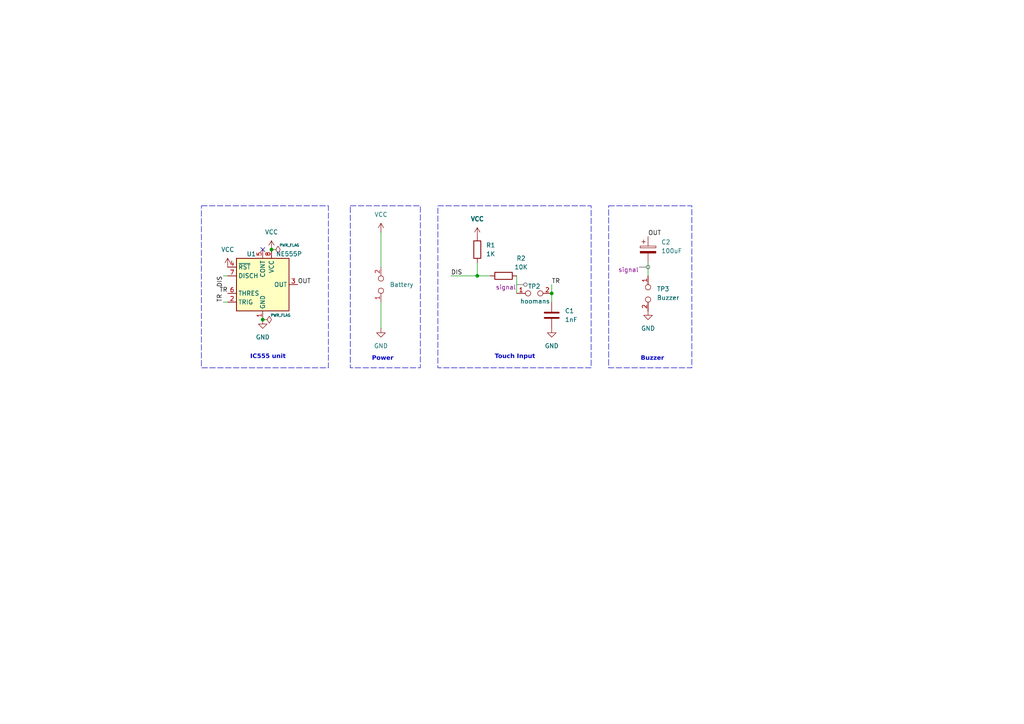
<source format=kicad_sch>
(kicad_sch
	(version 20250114)
	(generator "eeschema")
	(generator_version "9.0")
	(uuid "cb0b6fc2-5f06-49d5-9cee-676083972d49")
	(paper "A4")
	(lib_symbols
		(symbol "Connector:TestPoint_2Pole"
			(pin_names
				(offset 0.762)
				(hide yes)
			)
			(exclude_from_sim no)
			(in_bom yes)
			(on_board yes)
			(property "Reference" "TP"
				(at 0 1.524 0)
				(effects
					(font
						(size 1.27 1.27)
					)
				)
			)
			(property "Value" "TestPoint_2Pole"
				(at 0 -1.778 0)
				(effects
					(font
						(size 1.27 1.27)
					)
				)
			)
			(property "Footprint" ""
				(at 0 0 0)
				(effects
					(font
						(size 1.27 1.27)
					)
					(hide yes)
				)
			)
			(property "Datasheet" "~"
				(at 0 0 0)
				(effects
					(font
						(size 1.27 1.27)
					)
					(hide yes)
				)
			)
			(property "Description" "2-polar test point"
				(at 0 0 0)
				(effects
					(font
						(size 1.27 1.27)
					)
					(hide yes)
				)
			)
			(property "ki_keywords" "point tp"
				(at 0 0 0)
				(effects
					(font
						(size 1.27 1.27)
					)
					(hide yes)
				)
			)
			(property "ki_fp_filters" "Pin* Test*"
				(at 0 0 0)
				(effects
					(font
						(size 1.27 1.27)
					)
					(hide yes)
				)
			)
			(symbol "TestPoint_2Pole_0_1"
				(circle
					(center -1.778 0)
					(radius 0.762)
					(stroke
						(width 0)
						(type default)
					)
					(fill
						(type none)
					)
				)
				(circle
					(center 1.778 0)
					(radius 0.762)
					(stroke
						(width 0)
						(type default)
					)
					(fill
						(type none)
					)
				)
				(pin passive line
					(at -5.08 0 0)
					(length 2.54)
					(name "1"
						(effects
							(font
								(size 1.27 1.27)
							)
						)
					)
					(number "1"
						(effects
							(font
								(size 1.27 1.27)
							)
						)
					)
				)
				(pin passive line
					(at 5.08 0 180)
					(length 2.54)
					(name "2"
						(effects
							(font
								(size 1.27 1.27)
							)
						)
					)
					(number "2"
						(effects
							(font
								(size 1.27 1.27)
							)
						)
					)
				)
			)
			(embedded_fonts no)
		)
		(symbol "Device:C"
			(pin_numbers
				(hide yes)
			)
			(pin_names
				(offset 0.254)
			)
			(exclude_from_sim no)
			(in_bom yes)
			(on_board yes)
			(property "Reference" "C"
				(at 0.635 2.54 0)
				(effects
					(font
						(size 1.27 1.27)
					)
					(justify left)
				)
			)
			(property "Value" "C"
				(at 0.635 -2.54 0)
				(effects
					(font
						(size 1.27 1.27)
					)
					(justify left)
				)
			)
			(property "Footprint" ""
				(at 0.9652 -3.81 0)
				(effects
					(font
						(size 1.27 1.27)
					)
					(hide yes)
				)
			)
			(property "Datasheet" "~"
				(at 0 0 0)
				(effects
					(font
						(size 1.27 1.27)
					)
					(hide yes)
				)
			)
			(property "Description" "Unpolarized capacitor"
				(at 0 0 0)
				(effects
					(font
						(size 1.27 1.27)
					)
					(hide yes)
				)
			)
			(property "ki_keywords" "cap capacitor"
				(at 0 0 0)
				(effects
					(font
						(size 1.27 1.27)
					)
					(hide yes)
				)
			)
			(property "ki_fp_filters" "C_*"
				(at 0 0 0)
				(effects
					(font
						(size 1.27 1.27)
					)
					(hide yes)
				)
			)
			(symbol "C_0_1"
				(polyline
					(pts
						(xy -2.032 0.762) (xy 2.032 0.762)
					)
					(stroke
						(width 0.508)
						(type default)
					)
					(fill
						(type none)
					)
				)
				(polyline
					(pts
						(xy -2.032 -0.762) (xy 2.032 -0.762)
					)
					(stroke
						(width 0.508)
						(type default)
					)
					(fill
						(type none)
					)
				)
			)
			(symbol "C_1_1"
				(pin passive line
					(at 0 3.81 270)
					(length 2.794)
					(name "~"
						(effects
							(font
								(size 1.27 1.27)
							)
						)
					)
					(number "1"
						(effects
							(font
								(size 1.27 1.27)
							)
						)
					)
				)
				(pin passive line
					(at 0 -3.81 90)
					(length 2.794)
					(name "~"
						(effects
							(font
								(size 1.27 1.27)
							)
						)
					)
					(number "2"
						(effects
							(font
								(size 1.27 1.27)
							)
						)
					)
				)
			)
			(embedded_fonts no)
		)
		(symbol "Device:C_Polarized"
			(pin_numbers
				(hide yes)
			)
			(pin_names
				(offset 0.254)
			)
			(exclude_from_sim no)
			(in_bom yes)
			(on_board yes)
			(property "Reference" "C"
				(at 0.635 2.54 0)
				(effects
					(font
						(size 1.27 1.27)
					)
					(justify left)
				)
			)
			(property "Value" "C_Polarized"
				(at 0.635 -2.54 0)
				(effects
					(font
						(size 1.27 1.27)
					)
					(justify left)
				)
			)
			(property "Footprint" ""
				(at 0.9652 -3.81 0)
				(effects
					(font
						(size 1.27 1.27)
					)
					(hide yes)
				)
			)
			(property "Datasheet" "~"
				(at 0 0 0)
				(effects
					(font
						(size 1.27 1.27)
					)
					(hide yes)
				)
			)
			(property "Description" "Polarized capacitor"
				(at 0 0 0)
				(effects
					(font
						(size 1.27 1.27)
					)
					(hide yes)
				)
			)
			(property "ki_keywords" "cap capacitor"
				(at 0 0 0)
				(effects
					(font
						(size 1.27 1.27)
					)
					(hide yes)
				)
			)
			(property "ki_fp_filters" "CP_*"
				(at 0 0 0)
				(effects
					(font
						(size 1.27 1.27)
					)
					(hide yes)
				)
			)
			(symbol "C_Polarized_0_1"
				(rectangle
					(start -2.286 0.508)
					(end 2.286 1.016)
					(stroke
						(width 0)
						(type default)
					)
					(fill
						(type none)
					)
				)
				(polyline
					(pts
						(xy -1.778 2.286) (xy -0.762 2.286)
					)
					(stroke
						(width 0)
						(type default)
					)
					(fill
						(type none)
					)
				)
				(polyline
					(pts
						(xy -1.27 2.794) (xy -1.27 1.778)
					)
					(stroke
						(width 0)
						(type default)
					)
					(fill
						(type none)
					)
				)
				(rectangle
					(start 2.286 -0.508)
					(end -2.286 -1.016)
					(stroke
						(width 0)
						(type default)
					)
					(fill
						(type outline)
					)
				)
			)
			(symbol "C_Polarized_1_1"
				(pin passive line
					(at 0 3.81 270)
					(length 2.794)
					(name "~"
						(effects
							(font
								(size 1.27 1.27)
							)
						)
					)
					(number "1"
						(effects
							(font
								(size 1.27 1.27)
							)
						)
					)
				)
				(pin passive line
					(at 0 -3.81 90)
					(length 2.794)
					(name "~"
						(effects
							(font
								(size 1.27 1.27)
							)
						)
					)
					(number "2"
						(effects
							(font
								(size 1.27 1.27)
							)
						)
					)
				)
			)
			(embedded_fonts no)
		)
		(symbol "Device:R"
			(pin_numbers
				(hide yes)
			)
			(pin_names
				(offset 0)
			)
			(exclude_from_sim no)
			(in_bom yes)
			(on_board yes)
			(property "Reference" "R"
				(at 2.032 0 90)
				(effects
					(font
						(size 1.27 1.27)
					)
				)
			)
			(property "Value" "R"
				(at 0 0 90)
				(effects
					(font
						(size 1.27 1.27)
					)
				)
			)
			(property "Footprint" ""
				(at -1.778 0 90)
				(effects
					(font
						(size 1.27 1.27)
					)
					(hide yes)
				)
			)
			(property "Datasheet" "~"
				(at 0 0 0)
				(effects
					(font
						(size 1.27 1.27)
					)
					(hide yes)
				)
			)
			(property "Description" "Resistor"
				(at 0 0 0)
				(effects
					(font
						(size 1.27 1.27)
					)
					(hide yes)
				)
			)
			(property "ki_keywords" "R res resistor"
				(at 0 0 0)
				(effects
					(font
						(size 1.27 1.27)
					)
					(hide yes)
				)
			)
			(property "ki_fp_filters" "R_*"
				(at 0 0 0)
				(effects
					(font
						(size 1.27 1.27)
					)
					(hide yes)
				)
			)
			(symbol "R_0_1"
				(rectangle
					(start -1.016 -2.54)
					(end 1.016 2.54)
					(stroke
						(width 0.254)
						(type default)
					)
					(fill
						(type none)
					)
				)
			)
			(symbol "R_1_1"
				(pin passive line
					(at 0 3.81 270)
					(length 1.27)
					(name "~"
						(effects
							(font
								(size 1.27 1.27)
							)
						)
					)
					(number "1"
						(effects
							(font
								(size 1.27 1.27)
							)
						)
					)
				)
				(pin passive line
					(at 0 -3.81 90)
					(length 1.27)
					(name "~"
						(effects
							(font
								(size 1.27 1.27)
							)
						)
					)
					(number "2"
						(effects
							(font
								(size 1.27 1.27)
							)
						)
					)
				)
			)
			(embedded_fonts no)
		)
		(symbol "Timer:NE555P"
			(exclude_from_sim no)
			(in_bom yes)
			(on_board yes)
			(property "Reference" "U"
				(at -10.16 8.89 0)
				(effects
					(font
						(size 1.27 1.27)
					)
					(justify left)
				)
			)
			(property "Value" "NE555P"
				(at 2.54 8.89 0)
				(effects
					(font
						(size 1.27 1.27)
					)
					(justify left)
				)
			)
			(property "Footprint" "Package_DIP:DIP-8_W7.62mm"
				(at 0 -24.13 0)
				(effects
					(font
						(size 1.27 1.27)
					)
					(hide yes)
				)
			)
			(property "Datasheet" "http://www.ti.com/lit/ds/symlink/ne555.pdf"
				(at 0 -26.67 0)
				(effects
					(font
						(size 1.27 1.27)
					)
					(hide yes)
				)
			)
			(property "Description" "Precision Timers, 555 compatible, PDIP-8"
				(at 0 -21.59 0)
				(effects
					(font
						(size 1.27 1.27)
					)
					(hide yes)
				)
			)
			(property "ki_keywords" "single timer 555"
				(at 0 0 0)
				(effects
					(font
						(size 1.27 1.27)
					)
					(hide yes)
				)
			)
			(property "ki_fp_filters" "DIP*W7.62mm*"
				(at 0 0 0)
				(effects
					(font
						(size 1.27 1.27)
					)
					(hide yes)
				)
			)
			(symbol "NE555P_0_0"
				(pin power_in line
					(at 0 -10.16 90)
					(length 2.54)
					(name "GND"
						(effects
							(font
								(size 1.27 1.27)
							)
						)
					)
					(number "1"
						(effects
							(font
								(size 1.27 1.27)
							)
						)
					)
				)
				(pin power_in line
					(at 2.54 10.16 270)
					(length 2.54)
					(name "VCC"
						(effects
							(font
								(size 1.27 1.27)
							)
						)
					)
					(number "8"
						(effects
							(font
								(size 1.27 1.27)
							)
						)
					)
				)
			)
			(symbol "NE555P_0_1"
				(rectangle
					(start -7.62 7.62)
					(end 7.62 -7.62)
					(stroke
						(width 0.254)
						(type default)
					)
					(fill
						(type background)
					)
				)
			)
			(symbol "NE555P_1_1"
				(pin input line
					(at -10.16 5.08 0)
					(length 2.54)
					(name "~{RST}"
						(effects
							(font
								(size 1.27 1.27)
							)
						)
					)
					(number "4"
						(effects
							(font
								(size 1.27 1.27)
							)
						)
					)
				)
				(pin input line
					(at -10.16 2.54 0)
					(length 2.54)
					(name "DISCH"
						(effects
							(font
								(size 1.27 1.27)
							)
						)
					)
					(number "7"
						(effects
							(font
								(size 1.27 1.27)
							)
						)
					)
				)
				(pin input line
					(at -10.16 -2.54 0)
					(length 2.54)
					(name "THRES"
						(effects
							(font
								(size 1.27 1.27)
							)
						)
					)
					(number "6"
						(effects
							(font
								(size 1.27 1.27)
							)
						)
					)
				)
				(pin input line
					(at -10.16 -5.08 0)
					(length 2.54)
					(name "TRIG"
						(effects
							(font
								(size 1.27 1.27)
							)
						)
					)
					(number "2"
						(effects
							(font
								(size 1.27 1.27)
							)
						)
					)
				)
				(pin open_collector line
					(at 0 10.16 270)
					(length 2.54)
					(name "CONT"
						(effects
							(font
								(size 1.27 1.27)
							)
						)
					)
					(number "5"
						(effects
							(font
								(size 1.27 1.27)
							)
						)
					)
				)
				(pin output line
					(at 10.16 0 180)
					(length 2.54)
					(name "OUT"
						(effects
							(font
								(size 1.27 1.27)
							)
						)
					)
					(number "3"
						(effects
							(font
								(size 1.27 1.27)
							)
						)
					)
				)
			)
			(embedded_fonts no)
		)
		(symbol "power:GND"
			(power)
			(pin_numbers
				(hide yes)
			)
			(pin_names
				(offset 0)
				(hide yes)
			)
			(exclude_from_sim no)
			(in_bom yes)
			(on_board yes)
			(property "Reference" "#PWR"
				(at 0 -6.35 0)
				(effects
					(font
						(size 1.27 1.27)
					)
					(hide yes)
				)
			)
			(property "Value" "GND"
				(at 0 -3.81 0)
				(effects
					(font
						(size 1.27 1.27)
					)
				)
			)
			(property "Footprint" ""
				(at 0 0 0)
				(effects
					(font
						(size 1.27 1.27)
					)
					(hide yes)
				)
			)
			(property "Datasheet" ""
				(at 0 0 0)
				(effects
					(font
						(size 1.27 1.27)
					)
					(hide yes)
				)
			)
			(property "Description" "Power symbol creates a global label with name \"GND\" , ground"
				(at 0 0 0)
				(effects
					(font
						(size 1.27 1.27)
					)
					(hide yes)
				)
			)
			(property "ki_keywords" "global power"
				(at 0 0 0)
				(effects
					(font
						(size 1.27 1.27)
					)
					(hide yes)
				)
			)
			(symbol "GND_0_1"
				(polyline
					(pts
						(xy 0 0) (xy 0 -1.27) (xy 1.27 -1.27) (xy 0 -2.54) (xy -1.27 -1.27) (xy 0 -1.27)
					)
					(stroke
						(width 0)
						(type default)
					)
					(fill
						(type none)
					)
				)
			)
			(symbol "GND_1_1"
				(pin power_in line
					(at 0 0 270)
					(length 0)
					(name "~"
						(effects
							(font
								(size 1.27 1.27)
							)
						)
					)
					(number "1"
						(effects
							(font
								(size 1.27 1.27)
							)
						)
					)
				)
			)
			(embedded_fonts no)
		)
		(symbol "power:PWR_FLAG"
			(power)
			(pin_numbers
				(hide yes)
			)
			(pin_names
				(offset 0)
				(hide yes)
			)
			(exclude_from_sim no)
			(in_bom yes)
			(on_board yes)
			(property "Reference" "#FLG"
				(at 0 1.905 0)
				(effects
					(font
						(size 1.27 1.27)
					)
					(hide yes)
				)
			)
			(property "Value" "PWR_FLAG"
				(at 0 3.81 0)
				(effects
					(font
						(size 1.27 1.27)
					)
				)
			)
			(property "Footprint" ""
				(at 0 0 0)
				(effects
					(font
						(size 1.27 1.27)
					)
					(hide yes)
				)
			)
			(property "Datasheet" "~"
				(at 0 0 0)
				(effects
					(font
						(size 1.27 1.27)
					)
					(hide yes)
				)
			)
			(property "Description" "Special symbol for telling ERC where power comes from"
				(at 0 0 0)
				(effects
					(font
						(size 1.27 1.27)
					)
					(hide yes)
				)
			)
			(property "ki_keywords" "flag power"
				(at 0 0 0)
				(effects
					(font
						(size 1.27 1.27)
					)
					(hide yes)
				)
			)
			(symbol "PWR_FLAG_0_0"
				(pin power_out line
					(at 0 0 90)
					(length 0)
					(name "~"
						(effects
							(font
								(size 1.27 1.27)
							)
						)
					)
					(number "1"
						(effects
							(font
								(size 1.27 1.27)
							)
						)
					)
				)
			)
			(symbol "PWR_FLAG_0_1"
				(polyline
					(pts
						(xy 0 0) (xy 0 1.27) (xy -1.016 1.905) (xy 0 2.54) (xy 1.016 1.905) (xy 0 1.27)
					)
					(stroke
						(width 0)
						(type default)
					)
					(fill
						(type none)
					)
				)
			)
			(embedded_fonts no)
		)
		(symbol "power:VCC"
			(power)
			(pin_numbers
				(hide yes)
			)
			(pin_names
				(offset 0)
				(hide yes)
			)
			(exclude_from_sim no)
			(in_bom yes)
			(on_board yes)
			(property "Reference" "#PWR"
				(at 0 -3.81 0)
				(effects
					(font
						(size 1.27 1.27)
					)
					(hide yes)
				)
			)
			(property "Value" "VCC"
				(at 0 3.556 0)
				(effects
					(font
						(size 1.27 1.27)
					)
				)
			)
			(property "Footprint" ""
				(at 0 0 0)
				(effects
					(font
						(size 1.27 1.27)
					)
					(hide yes)
				)
			)
			(property "Datasheet" ""
				(at 0 0 0)
				(effects
					(font
						(size 1.27 1.27)
					)
					(hide yes)
				)
			)
			(property "Description" "Power symbol creates a global label with name \"VCC\""
				(at 0 0 0)
				(effects
					(font
						(size 1.27 1.27)
					)
					(hide yes)
				)
			)
			(property "ki_keywords" "global power"
				(at 0 0 0)
				(effects
					(font
						(size 1.27 1.27)
					)
					(hide yes)
				)
			)
			(symbol "VCC_0_1"
				(polyline
					(pts
						(xy -0.762 1.27) (xy 0 2.54)
					)
					(stroke
						(width 0)
						(type default)
					)
					(fill
						(type none)
					)
				)
				(polyline
					(pts
						(xy 0 2.54) (xy 0.762 1.27)
					)
					(stroke
						(width 0)
						(type default)
					)
					(fill
						(type none)
					)
				)
				(polyline
					(pts
						(xy 0 0) (xy 0 2.54)
					)
					(stroke
						(width 0)
						(type default)
					)
					(fill
						(type none)
					)
				)
			)
			(symbol "VCC_1_1"
				(pin power_in line
					(at 0 0 90)
					(length 0)
					(name "~"
						(effects
							(font
								(size 1.27 1.27)
							)
						)
					)
					(number "1"
						(effects
							(font
								(size 1.27 1.27)
							)
						)
					)
				)
			)
			(embedded_fonts no)
		)
	)
	(rectangle
		(start 58.42 59.69)
		(end 95.25 106.68)
		(stroke
			(width 0)
			(type dash)
		)
		(fill
			(type none)
		)
		(uuid 8ab09a89-9fbc-4532-ac29-8a5fba5eb412)
	)
	(rectangle
		(start 127 59.69)
		(end 171.45 106.68)
		(stroke
			(width 0)
			(type dash)
		)
		(fill
			(type none)
		)
		(uuid 8b42f783-a12e-4bec-abc7-61abf4359361)
	)
	(rectangle
		(start 176.53 59.69)
		(end 200.66 106.68)
		(stroke
			(width 0)
			(type dash)
		)
		(fill
			(type none)
		)
		(uuid e8f0cd93-5c67-47a1-8bab-0be45131c125)
	)
	(rectangle
		(start 101.6 59.69)
		(end 121.92 106.68)
		(stroke
			(width 0)
			(type dash)
		)
		(fill
			(type none)
		)
		(uuid ebb6dac5-393d-42b7-902b-b44efdf3372e)
	)
	(text "Buzzer"
		(exclude_from_sim no)
		(at 189.23 104.394 0)
		(effects
			(font
				(face "Arial Black")
				(size 1.27 1.27)
				(thickness 0.254)
				(bold yes)
			)
		)
		(uuid "0cc19b27-dacc-4bb8-afa3-c7cd402ddfb4")
	)
	(text "IC555 unit\n"
		(exclude_from_sim no)
		(at 77.724 103.886 0)
		(effects
			(font
				(face "Arial Black")
				(size 1.27 1.27)
				(thickness 0.254)
				(bold yes)
			)
		)
		(uuid "1d01868c-78b8-4b74-8cb9-37f446acc81f")
	)
	(text "Touch Input"
		(exclude_from_sim no)
		(at 149.352 103.886 0)
		(effects
			(font
				(face "Arial Black")
				(size 1.27 1.27)
				(thickness 0.254)
				(bold yes)
			)
		)
		(uuid "33013db4-f120-409f-8ddf-35c6967cb695")
	)
	(text "Power"
		(exclude_from_sim no)
		(at 110.998 104.394 0)
		(effects
			(font
				(face "Arial Black")
				(size 1.27 1.27)
				(thickness 0.254)
				(bold yes)
			)
		)
		(uuid "d6a23d56-34cd-49b6-a88a-08aa36a6820e")
	)
	(junction
		(at 138.43 80.01)
		(diameter 0)
		(color 0 0 0 0)
		(uuid "0bc33483-3559-4933-9b30-102127d93e88")
	)
	(junction
		(at 160.02 85.09)
		(diameter 0)
		(color 0 0 0 0)
		(uuid "30e05a3f-acd5-467b-9a9e-8fd9e3fee3b9")
	)
	(junction
		(at 78.74 72.39)
		(diameter 0)
		(color 0 0 0 0)
		(uuid "80d32e22-063e-441a-8e27-c995959c75c3")
	)
	(junction
		(at 76.2 92.71)
		(diameter 0)
		(color 0 0 0 0)
		(uuid "a12d9943-5a57-4e1e-8d08-649fbfbd4b97")
	)
	(no_connect
		(at 76.2 72.39)
		(uuid "c4946082-f191-489b-91f0-f439956e6fb2")
	)
	(wire
		(pts
			(xy 187.96 76.2) (xy 187.96 80.01)
		)
		(stroke
			(width 0)
			(type default)
		)
		(uuid "2eb1435f-35d4-4969-83ac-5417a44d5407")
	)
	(wire
		(pts
			(xy 130.81 80.01) (xy 138.43 80.01)
		)
		(stroke
			(width 0)
			(type default)
		)
		(uuid "457f716b-a94f-45d8-9446-4934727d72f4")
	)
	(wire
		(pts
			(xy 149.86 80.01) (xy 149.86 85.09)
		)
		(stroke
			(width 0)
			(type default)
		)
		(uuid "4dbebfb4-4820-4528-acba-656840065c88")
	)
	(wire
		(pts
			(xy 160.02 82.55) (xy 160.02 85.09)
		)
		(stroke
			(width 0)
			(type default)
		)
		(uuid "52b5bf42-4db4-4d76-ac5d-28abb7689240")
	)
	(wire
		(pts
			(xy 160.02 85.09) (xy 160.02 87.63)
		)
		(stroke
			(width 0)
			(type default)
		)
		(uuid "5b0313a4-36b0-45fa-be62-4068ad406650")
	)
	(wire
		(pts
			(xy 110.49 87.63) (xy 110.49 95.25)
		)
		(stroke
			(width 0)
			(type default)
		)
		(uuid "7e85a48f-7625-418a-9639-a76feb2209fc")
	)
	(wire
		(pts
			(xy 138.43 76.2) (xy 138.43 80.01)
		)
		(stroke
			(width 0)
			(type default)
		)
		(uuid "7fa04203-5ed7-483c-a367-3083c96105e4")
	)
	(wire
		(pts
			(xy 64.77 80.01) (xy 66.04 80.01)
		)
		(stroke
			(width 0)
			(type default)
		)
		(uuid "84819b63-1b90-4770-a3b1-15d91f44ecf9")
	)
	(wire
		(pts
			(xy 138.43 80.01) (xy 142.24 80.01)
		)
		(stroke
			(width 0)
			(type default)
		)
		(uuid "bbb9b9a0-0ff2-49a7-89fa-ba2bad0a338e")
	)
	(wire
		(pts
			(xy 64.77 87.63) (xy 66.04 87.63)
		)
		(stroke
			(width 0)
			(type default)
		)
		(uuid "ccb7243b-2ec4-4121-b8c0-fcf36db4e5eb")
	)
	(wire
		(pts
			(xy 110.49 77.47) (xy 110.49 67.31)
		)
		(stroke
			(width 0)
			(type default)
		)
		(uuid "dd916e58-6886-48b9-a4b0-fe035a55fad6")
	)
	(label "OUT"
		(at 187.96 68.58 0)
		(effects
			(font
				(size 1.27 1.27)
			)
			(justify left bottom)
		)
		(uuid "2b10e54d-9630-49a3-8dd6-ea1db7719899")
	)
	(label "OUT"
		(at 86.36 82.55 0)
		(effects
			(font
				(size 1.27 1.27)
			)
			(justify left bottom)
		)
		(uuid "576529cf-f8da-44d3-bf65-8a9f0cf39cb4")
	)
	(label "TR"
		(at 66.04 85.09 180)
		(effects
			(font
				(size 1.27 1.27)
			)
			(justify right bottom)
		)
		(uuid "59aa8af6-b26a-419a-a7e5-d318010e0eda")
	)
	(label "DIS"
		(at 130.81 80.01 0)
		(effects
			(font
				(size 1.27 1.27)
			)
			(justify left bottom)
		)
		(uuid "6d7db97f-a7ac-4bb5-8eea-7d4ec85be757")
	)
	(label "TR"
		(at 64.77 87.63 90)
		(effects
			(font
				(size 1.27 1.27)
			)
			(justify left bottom)
		)
		(uuid "8137a781-a087-4fe9-a0d8-9b1e04b70f09")
	)
	(label "TR"
		(at 160.02 82.55 0)
		(effects
			(font
				(size 1.27 1.27)
			)
			(justify left bottom)
		)
		(uuid "965dd882-b405-4a87-83d9-12b375359936")
	)
	(label "DIS"
		(at 64.77 80.01 270)
		(effects
			(font
				(size 1.27 1.27)
			)
			(justify right bottom)
		)
		(uuid "9d027d6c-4fc7-4b66-a1c1-0db1b97560ed")
	)
	(netclass_flag ""
		(length 2.54)
		(shape round)
		(at 185.42 77.47 270)
		(effects
			(font
				(size 1.27 1.27)
			)
			(justify right bottom)
		)
		(uuid "9928e0af-bea9-462c-ad81-510e20245e89")
		(property "Netclass" "signal"
			(at 179.324 78.232 0)
			(effects
				(font
					(size 1.27 1.27)
				)
				(justify left)
			)
		)
		(property "Component Class" ""
			(at -49.53 -12.7 0)
			(effects
				(font
					(size 1.27 1.27)
					(italic yes)
				)
			)
		)
	)
	(netclass_flag ""
		(length 2.54)
		(shape round)
		(at 149.86 82.55 270)
		(effects
			(font
				(size 1.27 1.27)
			)
			(justify right bottom)
		)
		(uuid "b530e8ff-717a-42a4-87c7-65c67464c877")
		(property "Netclass" "signal"
			(at 143.764 83.312 0)
			(effects
				(font
					(size 1.27 1.27)
				)
				(justify left)
			)
		)
		(property "Component Class" ""
			(at -85.09 -7.62 0)
			(effects
				(font
					(size 1.27 1.27)
					(italic yes)
				)
			)
		)
	)
	(symbol
		(lib_id "Device:R")
		(at 138.43 72.39 0)
		(unit 1)
		(exclude_from_sim no)
		(in_bom yes)
		(on_board yes)
		(dnp no)
		(fields_autoplaced yes)
		(uuid "00f8e6c7-da72-4078-b04e-a0a864a04236")
		(property "Reference" "R1"
			(at 140.97 71.1199 0)
			(effects
				(font
					(size 1.27 1.27)
				)
				(justify left)
			)
		)
		(property "Value" "1K"
			(at 140.97 73.6599 0)
			(effects
				(font
					(size 1.27 1.27)
				)
				(justify left)
			)
		)
		(property "Footprint" "Resistor_THT:R_Axial_DIN0309_L9.0mm_D3.2mm_P12.70mm_Horizontal"
			(at 136.652 72.39 90)
			(effects
				(font
					(size 1.27 1.27)
				)
				(hide yes)
			)
		)
		(property "Datasheet" "~"
			(at 138.43 72.39 0)
			(effects
				(font
					(size 1.27 1.27)
				)
				(hide yes)
			)
		)
		(property "Description" "Resistor"
			(at 138.43 72.39 0)
			(effects
				(font
					(size 1.27 1.27)
				)
				(hide yes)
			)
		)
		(pin "1"
			(uuid "ba8dd89d-0f16-498a-99d7-d31c4c54a6bc")
		)
		(pin "2"
			(uuid "9f7c6e9c-feb1-4b59-b04d-81601cd896b2")
		)
		(instances
			(project ""
				(path "/cb0b6fc2-5f06-49d5-9cee-676083972d49"
					(reference "R1")
					(unit 1)
				)
			)
		)
	)
	(symbol
		(lib_id "Device:C_Polarized")
		(at 187.96 72.39 0)
		(unit 1)
		(exclude_from_sim no)
		(in_bom yes)
		(on_board yes)
		(dnp no)
		(fields_autoplaced yes)
		(uuid "0e9dbc00-7fea-45c3-a80a-89403ed61c7f")
		(property "Reference" "C2"
			(at 191.77 70.2309 0)
			(effects
				(font
					(size 1.27 1.27)
				)
				(justify left)
			)
		)
		(property "Value" "100uF"
			(at 191.77 72.7709 0)
			(effects
				(font
					(size 1.27 1.27)
				)
				(justify left)
			)
		)
		(property "Footprint" "Capacitor_THT:CP_Radial_D8.0mm_P3.50mm"
			(at 188.9252 76.2 0)
			(effects
				(font
					(size 1.27 1.27)
				)
				(hide yes)
			)
		)
		(property "Datasheet" "~"
			(at 187.96 72.39 0)
			(effects
				(font
					(size 1.27 1.27)
				)
				(hide yes)
			)
		)
		(property "Description" "Polarized capacitor"
			(at 187.96 72.39 0)
			(effects
				(font
					(size 1.27 1.27)
				)
				(hide yes)
			)
		)
		(pin "1"
			(uuid "d6daba12-5ffb-4ab2-ba0a-e734da2eaac6")
		)
		(pin "2"
			(uuid "cca4c7fc-0523-4946-bee9-2a26d7ac4da9")
		)
		(instances
			(project ""
				(path "/cb0b6fc2-5f06-49d5-9cee-676083972d49"
					(reference "C2")
					(unit 1)
				)
			)
		)
	)
	(symbol
		(lib_id "power:GND")
		(at 187.96 90.17 0)
		(unit 1)
		(exclude_from_sim no)
		(in_bom yes)
		(on_board yes)
		(dnp no)
		(fields_autoplaced yes)
		(uuid "2180325b-c0fa-4ddf-abd7-e3ff9be8561a")
		(property "Reference" "#PWR03"
			(at 187.96 96.52 0)
			(effects
				(font
					(size 1.27 1.27)
				)
				(hide yes)
			)
		)
		(property "Value" "GND"
			(at 187.96 95.25 0)
			(effects
				(font
					(size 1.27 1.27)
				)
			)
		)
		(property "Footprint" ""
			(at 187.96 90.17 0)
			(effects
				(font
					(size 1.27 1.27)
				)
				(hide yes)
			)
		)
		(property "Datasheet" ""
			(at 187.96 90.17 0)
			(effects
				(font
					(size 1.27 1.27)
				)
				(hide yes)
			)
		)
		(property "Description" "Power symbol creates a global label with name \"GND\" , ground"
			(at 187.96 90.17 0)
			(effects
				(font
					(size 1.27 1.27)
				)
				(hide yes)
			)
		)
		(pin "1"
			(uuid "8499b069-735b-4bd1-b6ea-e5fe13ba7896")
		)
		(instances
			(project "first"
				(path "/cb0b6fc2-5f06-49d5-9cee-676083972d49"
					(reference "#PWR03")
					(unit 1)
				)
			)
		)
	)
	(symbol
		(lib_id "Connector:TestPoint_2Pole")
		(at 110.49 82.55 90)
		(unit 1)
		(exclude_from_sim no)
		(in_bom yes)
		(on_board yes)
		(dnp no)
		(fields_autoplaced yes)
		(uuid "2eb3cb4f-ab69-4228-a744-e60623fff1a6")
		(property "Reference" "uygy1"
			(at 113.03 81.2799 90)
			(effects
				(font
					(size 1.27 1.27)
				)
				(justify right)
				(hide yes)
			)
		)
		(property "Value" "Battery"
			(at 113.03 82.5499 90)
			(effects
				(font
					(size 1.27 1.27)
				)
				(justify right)
			)
		)
		(property "Footprint" "Connector_PinSocket_2.54mm:PinSocket_1x02_P2.54mm_Vertical"
			(at 110.49 82.55 0)
			(effects
				(font
					(size 1.27 1.27)
				)
				(hide yes)
			)
		)
		(property "Datasheet" "~"
			(at 110.49 82.55 0)
			(effects
				(font
					(size 1.27 1.27)
				)
				(hide yes)
			)
		)
		(property "Description" "2-polar test point"
			(at 110.49 82.55 0)
			(effects
				(font
					(size 1.27 1.27)
				)
				(hide yes)
			)
		)
		(pin "1"
			(uuid "0af51a2c-8d7b-4818-923f-aa827e88c24a")
		)
		(pin "2"
			(uuid "a32bc167-a4aa-485a-9b87-85be5a54794b")
		)
		(instances
			(project ""
				(path "/cb0b6fc2-5f06-49d5-9cee-676083972d49"
					(reference "uygy1")
					(unit 1)
				)
			)
		)
	)
	(symbol
		(lib_id "Timer:NE555P")
		(at 76.2 82.55 0)
		(unit 1)
		(exclude_from_sim no)
		(in_bom yes)
		(on_board yes)
		(dnp no)
		(uuid "40cd85e4-a4b3-4188-8431-51394ff877bd")
		(property "Reference" "U1"
			(at 72.898 73.66 0)
			(effects
				(font
					(size 1.27 1.27)
				)
			)
		)
		(property "Value" "NE555P"
			(at 83.82 73.66 0)
			(effects
				(font
					(size 1.27 1.27)
				)
			)
		)
		(property "Footprint" "Package_DIP:DIP-8_W7.62mm"
			(at 76.2 106.68 0)
			(effects
				(font
					(size 1.27 1.27)
				)
				(hide yes)
			)
		)
		(property "Datasheet" "http://www.ti.com/lit/ds/symlink/ne555.pdf"
			(at 76.2 109.22 0)
			(effects
				(font
					(size 1.27 1.27)
				)
				(hide yes)
			)
		)
		(property "Description" "Precision Timers, 555 compatible, PDIP-8"
			(at 76.2 104.14 0)
			(effects
				(font
					(size 1.27 1.27)
				)
				(hide yes)
			)
		)
		(pin "4"
			(uuid "802a0ec3-8299-47e0-811a-831a430fe90d")
		)
		(pin "6"
			(uuid "e58b0068-b3ce-4c3f-8932-7b55a0503a24")
		)
		(pin "5"
			(uuid "c1e025f4-5e65-49bd-a54f-5e09fbb049b5")
		)
		(pin "1"
			(uuid "6ddf9a05-2a76-4899-8105-70e46e67407f")
		)
		(pin "2"
			(uuid "7ef0e97b-94a6-43ba-a242-8a1d5671be1a")
		)
		(pin "8"
			(uuid "5d32e767-3b93-4aca-b7e9-bd1fbd2fa69c")
		)
		(pin "3"
			(uuid "c9de0f0d-8ac7-491b-b11d-d5936f135fe2")
		)
		(pin "7"
			(uuid "57094145-cb2d-43c9-b7bd-fb0ce8f4fa8a")
		)
		(instances
			(project ""
				(path "/cb0b6fc2-5f06-49d5-9cee-676083972d49"
					(reference "U1")
					(unit 1)
				)
			)
		)
	)
	(symbol
		(lib_id "power:VCC")
		(at 110.49 67.31 0)
		(unit 1)
		(exclude_from_sim no)
		(in_bom yes)
		(on_board yes)
		(dnp no)
		(fields_autoplaced yes)
		(uuid "46324497-26d9-4fa8-aedd-db4a38a6d06e")
		(property "Reference" "#PWR04"
			(at 110.49 71.12 0)
			(effects
				(font
					(size 1.27 1.27)
				)
				(hide yes)
			)
		)
		(property "Value" "VCC"
			(at 110.49 62.23 0)
			(effects
				(font
					(size 1.27 1.27)
				)
			)
		)
		(property "Footprint" ""
			(at 110.49 67.31 0)
			(effects
				(font
					(size 1.27 1.27)
				)
				(hide yes)
			)
		)
		(property "Datasheet" ""
			(at 110.49 67.31 0)
			(effects
				(font
					(size 1.27 1.27)
				)
				(hide yes)
			)
		)
		(property "Description" "Power symbol creates a global label with name \"VCC\""
			(at 110.49 67.31 0)
			(effects
				(font
					(size 1.27 1.27)
				)
				(hide yes)
			)
		)
		(pin "1"
			(uuid "8209af0b-fcef-4184-8dc0-ba3b358c9845")
		)
		(instances
			(project "first"
				(path "/cb0b6fc2-5f06-49d5-9cee-676083972d49"
					(reference "#PWR04")
					(unit 1)
				)
			)
		)
	)
	(symbol
		(lib_id "power:GND")
		(at 76.2 92.71 0)
		(unit 1)
		(exclude_from_sim no)
		(in_bom yes)
		(on_board yes)
		(dnp no)
		(fields_autoplaced yes)
		(uuid "4b36d4b0-f786-4513-bfb8-f253163f98cb")
		(property "Reference" "#PWR02"
			(at 76.2 99.06 0)
			(effects
				(font
					(size 1.27 1.27)
				)
				(hide yes)
			)
		)
		(property "Value" "GND"
			(at 76.2 97.79 0)
			(effects
				(font
					(size 1.27 1.27)
				)
			)
		)
		(property "Footprint" ""
			(at 76.2 92.71 0)
			(effects
				(font
					(size 1.27 1.27)
				)
				(hide yes)
			)
		)
		(property "Datasheet" ""
			(at 76.2 92.71 0)
			(effects
				(font
					(size 1.27 1.27)
				)
				(hide yes)
			)
		)
		(property "Description" "Power symbol creates a global label with name \"GND\" , ground"
			(at 76.2 92.71 0)
			(effects
				(font
					(size 1.27 1.27)
				)
				(hide yes)
			)
		)
		(pin "1"
			(uuid "5d7fbec5-33fb-4b3f-8c38-3edf6c5fd502")
		)
		(instances
			(project ""
				(path "/cb0b6fc2-5f06-49d5-9cee-676083972d49"
					(reference "#PWR02")
					(unit 1)
				)
			)
		)
	)
	(symbol
		(lib_id "Connector:TestPoint_2Pole")
		(at 154.94 85.09 0)
		(unit 1)
		(exclude_from_sim no)
		(in_bom yes)
		(on_board yes)
		(dnp no)
		(uuid "52303fb7-ba69-4e33-b4bf-50014ba0eeb4")
		(property "Reference" "TP2"
			(at 154.94 83.058 0)
			(effects
				(font
					(size 1.27 1.27)
				)
			)
		)
		(property "Value" "hoomans"
			(at 155.194 87.376 0)
			(effects
				(font
					(size 1.27 1.27)
				)
			)
		)
		(property "Footprint" "Connector_PinSocket_2.54mm:PinSocket_1x02_P2.54mm_Vertical"
			(at 154.94 85.09 0)
			(effects
				(font
					(size 1.27 1.27)
				)
				(hide yes)
			)
		)
		(property "Datasheet" "~"
			(at 154.94 85.09 0)
			(effects
				(font
					(size 1.27 1.27)
				)
				(hide yes)
			)
		)
		(property "Description" "2-polar test point"
			(at 154.94 85.09 0)
			(effects
				(font
					(size 1.27 1.27)
				)
				(hide yes)
			)
		)
		(pin "1"
			(uuid "6e01b076-5205-4447-8d6c-8c9bfcd2b7ce")
		)
		(pin "2"
			(uuid "869ca066-a5ec-423c-97aa-733148ad57b7")
		)
		(instances
			(project "first"
				(path "/cb0b6fc2-5f06-49d5-9cee-676083972d49"
					(reference "TP2")
					(unit 1)
				)
			)
		)
	)
	(symbol
		(lib_id "Connector:TestPoint_2Pole")
		(at 187.96 85.09 270)
		(unit 1)
		(exclude_from_sim no)
		(in_bom yes)
		(on_board yes)
		(dnp no)
		(fields_autoplaced yes)
		(uuid "5fb54027-cd7d-481b-91d1-5009d1b3d7f8")
		(property "Reference" "TP3"
			(at 190.5 83.8199 90)
			(effects
				(font
					(size 1.27 1.27)
				)
				(justify left)
			)
		)
		(property "Value" "Buzzer"
			(at 190.5 86.3599 90)
			(effects
				(font
					(size 1.27 1.27)
				)
				(justify left)
			)
		)
		(property "Footprint" "Connector_PinSocket_2.54mm:PinSocket_1x02_P2.54mm_Vertical"
			(at 187.96 85.09 0)
			(effects
				(font
					(size 1.27 1.27)
				)
				(hide yes)
			)
		)
		(property "Datasheet" "~"
			(at 187.96 85.09 0)
			(effects
				(font
					(size 1.27 1.27)
				)
				(hide yes)
			)
		)
		(property "Description" "2-polar test point"
			(at 187.96 85.09 0)
			(effects
				(font
					(size 1.27 1.27)
				)
				(hide yes)
			)
		)
		(pin "1"
			(uuid "158438ef-0e17-4db9-8c74-543241e4641e")
		)
		(pin "2"
			(uuid "0ba0a5cb-499b-4912-a294-d6e6d0957ce3")
		)
		(instances
			(project "first"
				(path "/cb0b6fc2-5f06-49d5-9cee-676083972d49"
					(reference "TP3")
					(unit 1)
				)
			)
		)
	)
	(symbol
		(lib_id "power:PWR_FLAG")
		(at 76.2 92.71 270)
		(unit 1)
		(exclude_from_sim no)
		(in_bom yes)
		(on_board yes)
		(dnp no)
		(uuid "627f7214-4866-4e9f-8eb3-b558ef50e4ac")
		(property "Reference" "#FLG02"
			(at 78.105 92.71 0)
			(effects
				(font
					(size 1.27 1.27)
				)
				(hide yes)
			)
		)
		(property "Value" "PWR_FLAG"
			(at 78.486 91.44 90)
			(effects
				(font
					(size 0.762 0.762)
				)
				(justify left)
			)
		)
		(property "Footprint" ""
			(at 76.2 92.71 0)
			(effects
				(font
					(size 1.27 1.27)
				)
				(hide yes)
			)
		)
		(property "Datasheet" "~"
			(at 76.2 92.71 0)
			(effects
				(font
					(size 1.27 1.27)
				)
				(hide yes)
			)
		)
		(property "Description" "Special symbol for telling ERC where power comes from"
			(at 76.2 92.71 0)
			(effects
				(font
					(size 1.27 1.27)
				)
				(hide yes)
			)
		)
		(pin "1"
			(uuid "18e2ef24-3881-4593-85eb-26d70954eec2")
		)
		(instances
			(project "first"
				(path "/cb0b6fc2-5f06-49d5-9cee-676083972d49"
					(reference "#FLG02")
					(unit 1)
				)
			)
		)
	)
	(symbol
		(lib_id "Device:R")
		(at 146.05 80.01 90)
		(unit 1)
		(exclude_from_sim no)
		(in_bom yes)
		(on_board yes)
		(dnp no)
		(uuid "693c489b-8d22-42a8-a791-5d7d7d1b580b")
		(property "Reference" "R2"
			(at 151.13 74.93 90)
			(effects
				(font
					(size 1.27 1.27)
				)
			)
		)
		(property "Value" "10K"
			(at 151.13 77.47 90)
			(effects
				(font
					(size 1.27 1.27)
				)
			)
		)
		(property "Footprint" "Resistor_THT:R_Axial_DIN0309_L9.0mm_D3.2mm_P12.70mm_Horizontal"
			(at 146.05 81.788 90)
			(effects
				(font
					(size 1.27 1.27)
				)
				(hide yes)
			)
		)
		(property "Datasheet" "~"
			(at 146.05 80.01 0)
			(effects
				(font
					(size 1.27 1.27)
				)
				(hide yes)
			)
		)
		(property "Description" "Resistor"
			(at 146.05 80.01 0)
			(effects
				(font
					(size 1.27 1.27)
				)
				(hide yes)
			)
		)
		(pin "1"
			(uuid "ccdc1ba2-a35c-43d0-b4ab-6c2e4a944794")
		)
		(pin "2"
			(uuid "25bfbe8b-65b5-4be6-854c-4e907462d71f")
		)
		(instances
			(project ""
				(path "/cb0b6fc2-5f06-49d5-9cee-676083972d49"
					(reference "R2")
					(unit 1)
				)
			)
		)
	)
	(symbol
		(lib_id "power:GND")
		(at 160.02 95.25 0)
		(unit 1)
		(exclude_from_sim no)
		(in_bom yes)
		(on_board yes)
		(dnp no)
		(fields_autoplaced yes)
		(uuid "842f497a-37b1-41d8-9ae4-e5622c5df4fb")
		(property "Reference" "#PWR08"
			(at 160.02 101.6 0)
			(effects
				(font
					(size 1.27 1.27)
				)
				(hide yes)
			)
		)
		(property "Value" "GND"
			(at 160.02 100.33 0)
			(effects
				(font
					(size 1.27 1.27)
				)
			)
		)
		(property "Footprint" ""
			(at 160.02 95.25 0)
			(effects
				(font
					(size 1.27 1.27)
				)
				(hide yes)
			)
		)
		(property "Datasheet" ""
			(at 160.02 95.25 0)
			(effects
				(font
					(size 1.27 1.27)
				)
				(hide yes)
			)
		)
		(property "Description" "Power symbol creates a global label with name \"GND\" , ground"
			(at 160.02 95.25 0)
			(effects
				(font
					(size 1.27 1.27)
				)
				(hide yes)
			)
		)
		(pin "1"
			(uuid "d182bbc7-a938-41c4-93b6-1e2da04baf2a")
		)
		(instances
			(project "first"
				(path "/cb0b6fc2-5f06-49d5-9cee-676083972d49"
					(reference "#PWR08")
					(unit 1)
				)
			)
		)
	)
	(symbol
		(lib_id "Device:C")
		(at 160.02 91.44 0)
		(unit 1)
		(exclude_from_sim no)
		(in_bom yes)
		(on_board yes)
		(dnp no)
		(fields_autoplaced yes)
		(uuid "a3ec62d8-e26d-4a16-b21e-58ae5b2700f6")
		(property "Reference" "C1"
			(at 163.83 90.1699 0)
			(effects
				(font
					(size 1.27 1.27)
				)
				(justify left)
			)
		)
		(property "Value" "1nF"
			(at 163.83 92.7099 0)
			(effects
				(font
					(size 1.27 1.27)
				)
				(justify left)
			)
		)
		(property "Footprint" "Capacitor_THT:C_Disc_D9.0mm_W5.0mm_P10.00mm"
			(at 160.9852 95.25 0)
			(effects
				(font
					(size 1.27 1.27)
				)
				(hide yes)
			)
		)
		(property "Datasheet" "~"
			(at 160.02 91.44 0)
			(effects
				(font
					(size 1.27 1.27)
				)
				(hide yes)
			)
		)
		(property "Description" "Unpolarized capacitor"
			(at 160.02 91.44 0)
			(effects
				(font
					(size 1.27 1.27)
				)
				(hide yes)
			)
		)
		(pin "1"
			(uuid "a9a42c1d-bcab-40da-a5dd-114fbf67b9d0")
		)
		(pin "2"
			(uuid "4ed7f446-d7bf-4efa-a38b-aff4aa935946")
		)
		(instances
			(project ""
				(path "/cb0b6fc2-5f06-49d5-9cee-676083972d49"
					(reference "C1")
					(unit 1)
				)
			)
		)
	)
	(symbol
		(lib_id "power:GND")
		(at 110.49 95.25 0)
		(unit 1)
		(exclude_from_sim no)
		(in_bom yes)
		(on_board yes)
		(dnp no)
		(fields_autoplaced yes)
		(uuid "b704bbef-f265-4b42-925d-8aee29d6b04b")
		(property "Reference" "#PWR05"
			(at 110.49 101.6 0)
			(effects
				(font
					(size 1.27 1.27)
				)
				(hide yes)
			)
		)
		(property "Value" "GND"
			(at 110.49 100.33 0)
			(effects
				(font
					(size 1.27 1.27)
				)
			)
		)
		(property "Footprint" ""
			(at 110.49 95.25 0)
			(effects
				(font
					(size 1.27 1.27)
				)
				(hide yes)
			)
		)
		(property "Datasheet" ""
			(at 110.49 95.25 0)
			(effects
				(font
					(size 1.27 1.27)
				)
				(hide yes)
			)
		)
		(property "Description" "Power symbol creates a global label with name \"GND\" , ground"
			(at 110.49 95.25 0)
			(effects
				(font
					(size 1.27 1.27)
				)
				(hide yes)
			)
		)
		(pin "1"
			(uuid "8d2d7540-1574-4617-9be4-6997b597b09a")
		)
		(instances
			(project "first"
				(path "/cb0b6fc2-5f06-49d5-9cee-676083972d49"
					(reference "#PWR05")
					(unit 1)
				)
			)
		)
	)
	(symbol
		(lib_id "power:PWR_FLAG")
		(at 78.74 72.39 270)
		(unit 1)
		(exclude_from_sim no)
		(in_bom yes)
		(on_board yes)
		(dnp no)
		(uuid "bf03c211-0007-400e-8391-ffcff7c4ec99")
		(property "Reference" "#FLG01"
			(at 80.645 72.39 0)
			(effects
				(font
					(size 1.27 1.27)
				)
				(hide yes)
			)
		)
		(property "Value" "PWR_FLAG"
			(at 81.026 71.12 90)
			(effects
				(font
					(size 0.762 0.762)
				)
				(justify left)
			)
		)
		(property "Footprint" ""
			(at 78.74 72.39 0)
			(effects
				(font
					(size 1.27 1.27)
				)
				(hide yes)
			)
		)
		(property "Datasheet" "~"
			(at 78.74 72.39 0)
			(effects
				(font
					(size 1.27 1.27)
				)
				(hide yes)
			)
		)
		(property "Description" "Special symbol for telling ERC where power comes from"
			(at 78.74 72.39 0)
			(effects
				(font
					(size 1.27 1.27)
				)
				(hide yes)
			)
		)
		(pin "1"
			(uuid "a25945fe-cecc-4b8e-8673-e964c6fde7d3")
		)
		(instances
			(project ""
				(path "/cb0b6fc2-5f06-49d5-9cee-676083972d49"
					(reference "#FLG01")
					(unit 1)
				)
			)
		)
	)
	(symbol
		(lib_id "power:VCC")
		(at 66.04 77.47 0)
		(unit 1)
		(exclude_from_sim no)
		(in_bom yes)
		(on_board yes)
		(dnp no)
		(fields_autoplaced yes)
		(uuid "e20397e8-09cb-4005-ae7d-15f23b8f1b27")
		(property "Reference" "#PWR07"
			(at 66.04 81.28 0)
			(effects
				(font
					(size 1.27 1.27)
				)
				(hide yes)
			)
		)
		(property "Value" "VCC"
			(at 66.04 72.39 0)
			(effects
				(font
					(size 1.27 1.27)
				)
			)
		)
		(property "Footprint" ""
			(at 66.04 77.47 0)
			(effects
				(font
					(size 1.27 1.27)
				)
				(hide yes)
			)
		)
		(property "Datasheet" ""
			(at 66.04 77.47 0)
			(effects
				(font
					(size 1.27 1.27)
				)
				(hide yes)
			)
		)
		(property "Description" "Power symbol creates a global label with name \"VCC\""
			(at 66.04 77.47 0)
			(effects
				(font
					(size 1.27 1.27)
				)
				(hide yes)
			)
		)
		(pin "1"
			(uuid "3146a61e-e339-4e85-951a-27e0911bc787")
		)
		(instances
			(project "first"
				(path "/cb0b6fc2-5f06-49d5-9cee-676083972d49"
					(reference "#PWR07")
					(unit 1)
				)
			)
		)
	)
	(symbol
		(lib_id "power:VCC")
		(at 138.43 68.58 0)
		(unit 1)
		(exclude_from_sim no)
		(in_bom yes)
		(on_board yes)
		(dnp no)
		(fields_autoplaced yes)
		(uuid "f18d6eb3-00a9-40d3-926d-869bbabe0be8")
		(property "Reference" "#PWR06"
			(at 138.43 72.39 0)
			(effects
				(font
					(size 1.27 1.27)
				)
				(hide yes)
			)
		)
		(property "Value" "VCC"
			(at 138.43 63.5 0)
			(effects
				(font
					(size 1.27 1.27)
					(thickness 0.254)
					(bold yes)
				)
			)
		)
		(property "Footprint" ""
			(at 138.43 68.58 0)
			(effects
				(font
					(size 1.27 1.27)
				)
				(hide yes)
			)
		)
		(property "Datasheet" ""
			(at 138.43 68.58 0)
			(effects
				(font
					(size 1.27 1.27)
				)
				(hide yes)
			)
		)
		(property "Description" "Power symbol creates a global label with name \"VCC\""
			(at 138.43 68.58 0)
			(effects
				(font
					(size 1.27 1.27)
				)
				(hide yes)
			)
		)
		(pin "1"
			(uuid "3d4af636-b4c1-4c5a-8a7c-44167b5eaa84")
		)
		(instances
			(project "first"
				(path "/cb0b6fc2-5f06-49d5-9cee-676083972d49"
					(reference "#PWR06")
					(unit 1)
				)
			)
		)
	)
	(symbol
		(lib_id "power:VCC")
		(at 78.74 72.39 0)
		(unit 1)
		(exclude_from_sim no)
		(in_bom yes)
		(on_board yes)
		(dnp no)
		(fields_autoplaced yes)
		(uuid "fa44e680-48f4-40dd-ba13-992f552e9861")
		(property "Reference" "#PWR01"
			(at 78.74 76.2 0)
			(effects
				(font
					(size 1.27 1.27)
				)
				(hide yes)
			)
		)
		(property "Value" "VCC"
			(at 78.74 67.31 0)
			(effects
				(font
					(size 1.27 1.27)
				)
			)
		)
		(property "Footprint" ""
			(at 78.74 72.39 0)
			(effects
				(font
					(size 1.27 1.27)
				)
				(hide yes)
			)
		)
		(property "Datasheet" ""
			(at 78.74 72.39 0)
			(effects
				(font
					(size 1.27 1.27)
				)
				(hide yes)
			)
		)
		(property "Description" "Power symbol creates a global label with name \"VCC\""
			(at 78.74 72.39 0)
			(effects
				(font
					(size 1.27 1.27)
				)
				(hide yes)
			)
		)
		(pin "1"
			(uuid "870c1d49-6d23-456c-b464-fd76e6a9896d")
		)
		(instances
			(project ""
				(path "/cb0b6fc2-5f06-49d5-9cee-676083972d49"
					(reference "#PWR01")
					(unit 1)
				)
			)
		)
	)
	(sheet_instances
		(path "/"
			(page "1")
		)
	)
	(embedded_fonts no)
)

</source>
